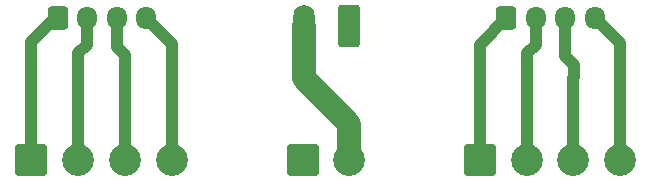
<source format=gbr>
%TF.GenerationSoftware,KiCad,Pcbnew,8.0.7*%
%TF.CreationDate,2024-12-10T12:06:42+09:00*%
%TF.ProjectId,STEP200-XA-motor-connector,53544550-3230-4302-9d58-412d6d6f746f,rev?*%
%TF.SameCoordinates,Original*%
%TF.FileFunction,Copper,L1,Top*%
%TF.FilePolarity,Positive*%
%FSLAX46Y46*%
G04 Gerber Fmt 4.6, Leading zero omitted, Abs format (unit mm)*
G04 Created by KiCad (PCBNEW 8.0.7) date 2024-12-10 12:06:42*
%MOMM*%
%LPD*%
G01*
G04 APERTURE LIST*
G04 Aperture macros list*
%AMRoundRect*
0 Rectangle with rounded corners*
0 $1 Rounding radius*
0 $2 $3 $4 $5 $6 $7 $8 $9 X,Y pos of 4 corners*
0 Add a 4 corners polygon primitive as box body*
4,1,4,$2,$3,$4,$5,$6,$7,$8,$9,$2,$3,0*
0 Add four circle primitives for the rounded corners*
1,1,$1+$1,$2,$3*
1,1,$1+$1,$4,$5*
1,1,$1+$1,$6,$7*
1,1,$1+$1,$8,$9*
0 Add four rect primitives between the rounded corners*
20,1,$1+$1,$2,$3,$4,$5,0*
20,1,$1+$1,$4,$5,$6,$7,0*
20,1,$1+$1,$6,$7,$8,$9,0*
20,1,$1+$1,$8,$9,$2,$3,0*%
G04 Aperture macros list end*
%TA.AperFunction,ComponentPad*%
%ADD10C,2.700000*%
%TD*%
%TA.AperFunction,ComponentPad*%
%ADD11RoundRect,0.250001X-1.099999X-1.099999X1.099999X-1.099999X1.099999X1.099999X-1.099999X1.099999X0*%
%TD*%
%TA.AperFunction,ComponentPad*%
%ADD12O,1.700000X1.950000*%
%TD*%
%TA.AperFunction,ComponentPad*%
%ADD13RoundRect,0.250000X-0.600000X-0.725000X0.600000X-0.725000X0.600000X0.725000X-0.600000X0.725000X0*%
%TD*%
%TA.AperFunction,ComponentPad*%
%ADD14RoundRect,0.250000X0.650000X1.550000X-0.650000X1.550000X-0.650000X-1.550000X0.650000X-1.550000X0*%
%TD*%
%TA.AperFunction,ComponentPad*%
%ADD15O,1.800000X3.600000*%
%TD*%
%TA.AperFunction,Conductor*%
%ADD16C,1.000000*%
%TD*%
%TA.AperFunction,Conductor*%
%ADD17C,2.000000*%
%TD*%
G04 APERTURE END LIST*
D10*
%TO.P,J1,4,Pin_4*%
%TO.N,Net-(J1-Pin_4)*%
X106920000Y-76000000D03*
%TO.P,J1,3,Pin_3*%
%TO.N,Net-(J1-Pin_3)*%
X102960000Y-76000000D03*
%TO.P,J1,2,Pin_2*%
%TO.N,Net-(J1-Pin_2)*%
X99000000Y-76000000D03*
D11*
%TO.P,J1,1,Pin_1*%
%TO.N,Net-(J1-Pin_1)*%
X95040000Y-76000000D03*
%TD*%
D10*
%TO.P,J3,4,Pin_4*%
%TO.N,Net-(J3-Pin_4)*%
X144880000Y-76000000D03*
%TO.P,J3,3,Pin_3*%
%TO.N,Net-(J3-Pin_3)*%
X140920000Y-76000000D03*
%TO.P,J3,2,Pin_2*%
%TO.N,Net-(J3-Pin_2)*%
X136960000Y-76000000D03*
D11*
%TO.P,J3,1,Pin_1*%
%TO.N,Net-(J3-Pin_1)*%
X133000000Y-76000000D03*
%TD*%
%TO.P,J5,1,Pin_1*%
%TO.N,GND*%
X118000000Y-76000000D03*
D10*
%TO.P,J5,2,Pin_2*%
%TO.N,Net-(J5-Pin_2)*%
X121960000Y-76000000D03*
%TD*%
D12*
%TO.P,J4,4,Pin_4*%
%TO.N,Net-(J3-Pin_4)*%
X142750000Y-64000000D03*
%TO.P,J4,3,Pin_3*%
%TO.N,Net-(J3-Pin_3)*%
X140250000Y-64000000D03*
%TO.P,J4,2,Pin_2*%
%TO.N,Net-(J3-Pin_2)*%
X137750000Y-64000000D03*
D13*
%TO.P,J4,1,Pin_1*%
%TO.N,Net-(J3-Pin_1)*%
X135250000Y-64000000D03*
%TD*%
D12*
%TO.P,J2,4,Pin_4*%
%TO.N,Net-(J1-Pin_4)*%
X104750000Y-64000000D03*
%TO.P,J2,3,Pin_3*%
%TO.N,Net-(J1-Pin_3)*%
X102250000Y-64000000D03*
%TO.P,J2,2,Pin_2*%
%TO.N,Net-(J1-Pin_2)*%
X99750000Y-64000000D03*
D13*
%TO.P,J2,1,Pin_1*%
%TO.N,Net-(J1-Pin_1)*%
X97250000Y-64000000D03*
%TD*%
D14*
%TO.P,J6,1,Pin_1*%
%TO.N,GND*%
X121887500Y-64642500D03*
D15*
%TO.P,J6,2,Pin_2*%
%TO.N,Net-(J5-Pin_2)*%
X118077500Y-64642500D03*
%TD*%
D16*
%TO.N,Net-(J1-Pin_2)*%
X99750000Y-66250000D02*
X99750000Y-64000000D01*
X99000000Y-67000000D02*
X99750000Y-66250000D01*
X99000000Y-76000000D02*
X99000000Y-67000000D01*
%TO.N,Net-(J1-Pin_1)*%
X95040000Y-66040000D02*
X95040000Y-76000000D01*
X97000000Y-64000000D02*
X95000000Y-66000000D01*
X95000000Y-66000000D02*
X95040000Y-66040000D01*
X97250000Y-64000000D02*
X97000000Y-64000000D01*
%TO.N,Net-(J1-Pin_3)*%
X102250000Y-66453730D02*
X102250000Y-64000000D01*
X102960000Y-76000000D02*
X102960000Y-67163730D01*
X102960000Y-67163730D02*
X102250000Y-66453730D01*
%TO.N,Net-(J1-Pin_4)*%
X106920000Y-76000000D02*
X106920000Y-66170000D01*
X106920000Y-66170000D02*
X104750000Y-64000000D01*
%TO.N,Net-(J3-Pin_4)*%
X144880000Y-76000000D02*
X144880000Y-66130000D01*
X144880000Y-66130000D02*
X142750000Y-64000000D01*
%TO.N,Net-(J3-Pin_2)*%
X137000000Y-67000000D02*
X137750000Y-66250000D01*
X136960000Y-76000000D02*
X136960000Y-68040000D01*
X136960000Y-68040000D02*
X137000000Y-68000000D01*
X137000000Y-68000000D02*
X137000000Y-67000000D01*
X137750000Y-66250000D02*
X137750000Y-64000000D01*
%TO.N,Net-(J3-Pin_1)*%
X133000000Y-76000000D02*
X133000000Y-66250000D01*
X133000000Y-66250000D02*
X135250000Y-64000000D01*
%TO.N,Net-(J3-Pin_3)*%
X141000000Y-69000000D02*
X141000000Y-68000000D01*
X140920000Y-76000000D02*
X140920000Y-69080000D01*
X141000000Y-68000000D02*
X140250000Y-67250000D01*
X140920000Y-69080000D02*
X141000000Y-69000000D01*
X140250000Y-67250000D02*
X140250000Y-64000000D01*
D17*
%TO.N,Net-(J5-Pin_2)*%
X121960000Y-72960000D02*
X121960000Y-76000000D01*
X118077500Y-64642500D02*
X118077500Y-69077500D01*
X118077500Y-69077500D02*
X121960000Y-72960000D01*
%TD*%
M02*

</source>
